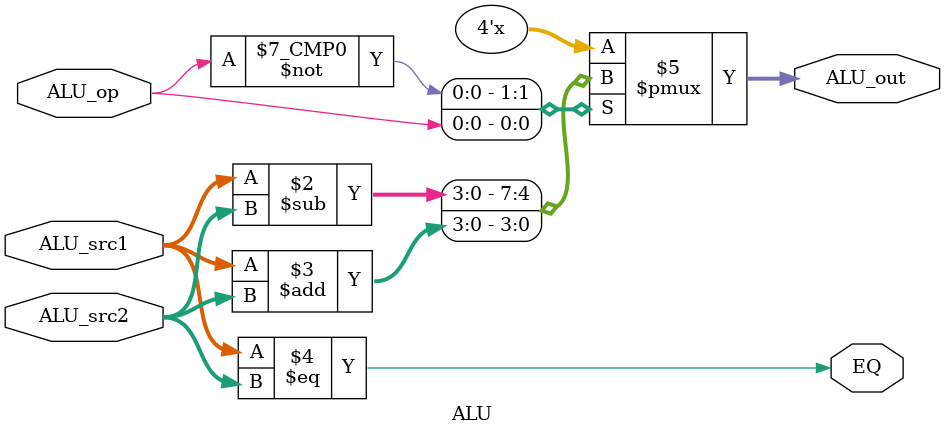
<source format=sv>
`timescale 1ns / 1ps

module ALU (     
    input  logic [3:0] ALU_src1, ALU_src2,
    input  logic       ALU_op,
    output logic [3:0] ALU_out,     
    output logic       EQ  
    );  
    always_comb begin   
        case (ALU_op)  
            1'b0:    ALU_out = ALU_src1 - ALU_src2; // substract
            1'b1:    ALU_out = ALU_src1 + ALU_src2; // add
            default: ALU_out = 1'b0;                // default
        endcase 
        EQ = ALU_src1 == ALU_src2;                  // equality check for jump
    end
endmodule  
</source>
